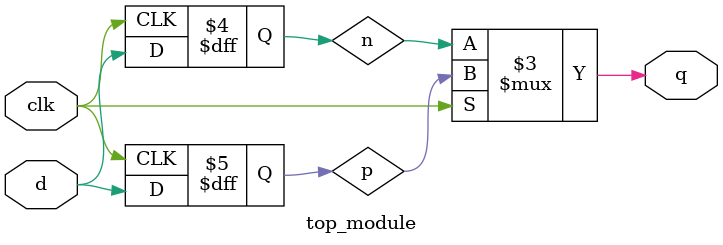
<source format=v>
module top_module (
    input clk,
    input d,
    output q
);
    reg p,n;
    always@(posedge clk)
        begin
            p<=d;
        end
    always@(negedge clk)
        begin
            n<=d;
        end
    assign q=clk ? p : n;
endmodule

</source>
